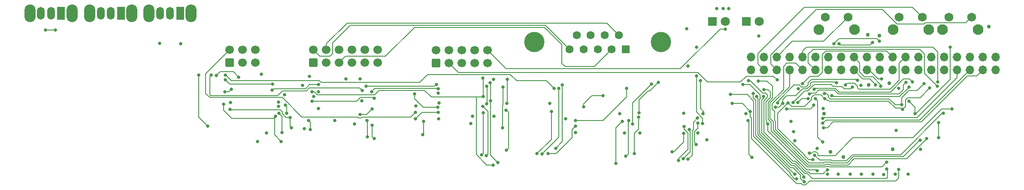
<source format=gbr>
%TF.GenerationSoftware,KiCad,Pcbnew,8.0.6*%
%TF.CreationDate,2024-10-21T13:09:56+02:00*%
%TF.ProjectId,rgb-to-hdmi,7267622d-746f-42d6-9864-6d692e6b6963,rev?*%
%TF.SameCoordinates,Original*%
%TF.FileFunction,Copper,L4,Bot*%
%TF.FilePolarity,Positive*%
%FSLAX46Y46*%
G04 Gerber Fmt 4.6, Leading zero omitted, Abs format (unit mm)*
G04 Created by KiCad (PCBNEW 8.0.6) date 2024-10-21 13:09:56*
%MOMM*%
%LPD*%
G01*
G04 APERTURE LIST*
G04 Aperture macros list*
%AMRoundRect*
0 Rectangle with rounded corners*
0 $1 Rounding radius*
0 $2 $3 $4 $5 $6 $7 $8 $9 X,Y pos of 4 corners*
0 Add a 4 corners polygon primitive as box body*
4,1,4,$2,$3,$4,$5,$6,$7,$8,$9,$2,$3,0*
0 Add four circle primitives for the rounded corners*
1,1,$1+$1,$2,$3*
1,1,$1+$1,$4,$5*
1,1,$1+$1,$6,$7*
1,1,$1+$1,$8,$9*
0 Add four rect primitives between the rounded corners*
20,1,$1+$1,$2,$3,$4,$5,0*
20,1,$1+$1,$4,$5,$6,$7,0*
20,1,$1+$1,$6,$7,$8,$9,0*
20,1,$1+$1,$8,$9,$2,$3,0*%
G04 Aperture macros list end*
%TA.AperFunction,ComponentPad*%
%ADD10C,2.100000*%
%TD*%
%TA.AperFunction,ComponentPad*%
%ADD11C,1.750000*%
%TD*%
%TA.AperFunction,ComponentPad*%
%ADD12O,1.700000X1.700000*%
%TD*%
%TA.AperFunction,ComponentPad*%
%ADD13RoundRect,0.250000X0.600000X-0.600000X0.600000X0.600000X-0.600000X0.600000X-0.600000X-0.600000X0*%
%TD*%
%TA.AperFunction,ComponentPad*%
%ADD14C,1.700000*%
%TD*%
%TA.AperFunction,ComponentPad*%
%ADD15R,1.800000X1.800000*%
%TD*%
%TA.AperFunction,ComponentPad*%
%ADD16C,1.800000*%
%TD*%
%TA.AperFunction,ComponentPad*%
%ADD17O,2.200000X3.500000*%
%TD*%
%TA.AperFunction,ComponentPad*%
%ADD18R,1.500000X2.500000*%
%TD*%
%TA.AperFunction,ComponentPad*%
%ADD19O,1.500000X2.500000*%
%TD*%
%TA.AperFunction,ComponentPad*%
%ADD20C,4.000000*%
%TD*%
%TA.AperFunction,ComponentPad*%
%ADD21R,1.600000X1.600000*%
%TD*%
%TA.AperFunction,ComponentPad*%
%ADD22C,1.600000*%
%TD*%
%TA.AperFunction,ViaPad*%
%ADD23C,0.762000*%
%TD*%
%TA.AperFunction,ViaPad*%
%ADD24C,0.660400*%
%TD*%
%TA.AperFunction,Conductor*%
%ADD25C,0.203200*%
%TD*%
G04 APERTURE END LIST*
D10*
%TO.P,SW1,*%
%TO.N,*%
X144587600Y-34182500D03*
X151597600Y-34182500D03*
D11*
%TO.P,SW1,1,1*%
%TO.N,GND*%
X145837600Y-31692500D03*
%TO.P,SW1,2,2*%
%TO.N,/GPIO16*%
X150337600Y-31692500D03*
%TD*%
D10*
%TO.P,SW2,*%
%TO.N,*%
X159218000Y-34165200D03*
X166228000Y-34165200D03*
D11*
%TO.P,SW2,1,1*%
%TO.N,GND*%
X160468000Y-31675200D03*
%TO.P,SW2,2,2*%
%TO.N,/GPIO26*%
X164968000Y-31675200D03*
%TD*%
D10*
%TO.P,SW3,*%
%TO.N,*%
X168960600Y-34165200D03*
X175970600Y-34165200D03*
D11*
%TO.P,SW3,1,1*%
%TO.N,GND*%
X170210600Y-31675200D03*
%TO.P,SW3,2,2*%
%TO.N,/GPIO19*%
X174710600Y-31675200D03*
%TD*%
D12*
%TO.P,P1,1,P1*%
%TO.N,/3V3*%
X179451000Y-42140000D03*
%TO.P,P1,2,P2*%
%TO.N,/VCC*%
X179451000Y-39600000D03*
%TO.P,P1,3,P3*%
%TO.N,/GPIO2_Q00*%
X176911000Y-42140000D03*
%TO.P,P1,4,P4*%
%TO.N,/VCC*%
X176911000Y-39600000D03*
%TO.P,P1,5,P5*%
%TO.N,/GPIO3_Q01*%
X174371000Y-42140000D03*
%TO.P,P1,6,P6*%
%TO.N,GND*%
X174371000Y-39600000D03*
%TO.P,P1,7,P7*%
%TO.N,/GPIO4_Q02*%
X171831000Y-42140000D03*
%TO.P,P1,8,P8*%
%TO.N,/TxD*%
X171831000Y-39600000D03*
%TO.P,P1,9,P9*%
%TO.N,GND*%
X169291000Y-42140000D03*
%TO.P,P1,10,P10*%
%TO.N,/RxD*%
X169291000Y-39600000D03*
%TO.P,P1,11,P11*%
%TO.N,/GPIO17_psync*%
X166751000Y-42140000D03*
%TO.P,P1,12,P12*%
%TO.N,/GPIO18_Version*%
X166751000Y-39600000D03*
%TO.P,P1,13,P13*%
%TO.N,/GPIO27_genlock*%
X164211000Y-42140000D03*
%TO.P,P1,14,P14*%
%TO.N,GND*%
X164211000Y-39600000D03*
%TO.P,P1,15,P15*%
%TO.N,/GPIO22_analog*%
X161671000Y-42140000D03*
%TO.P,P1,16,P16*%
%TO.N,/GPIO23_csync*%
X161671000Y-39600000D03*
%TO.P,P1,17,P17*%
%TO.N,/3V3*%
X159131000Y-42140000D03*
%TO.P,P1,18,P18*%
%TO.N,/GPIO24_mux*%
X159131000Y-39600000D03*
%TO.P,P1,19,P19*%
%TO.N,/GPIO10_Q08*%
X156591000Y-42140000D03*
%TO.P,P1,20,P20*%
%TO.N,GND*%
X156591000Y-39600000D03*
%TO.P,P1,21,P21*%
%TO.N,/GPIO9_Q07*%
X154051000Y-42140000D03*
%TO.P,P1,22,P22*%
%TO.N,/GPIO25_mode7*%
X154051000Y-39600000D03*
%TO.P,P1,23,P23*%
%TO.N,/GPIO11_Q09*%
X151511000Y-42140000D03*
%TO.P,P1,24,P24*%
%TO.N,/GPIO8_Q06*%
X151511000Y-39600000D03*
%TO.P,P1,25,P25*%
%TO.N,GND*%
X148971000Y-42140000D03*
%TO.P,P1,26,P26*%
%TO.N,/GPIO7_Q05*%
X148971000Y-39600000D03*
%TO.P,P1,27,P27*%
%TO.N,/GPIO0_sp_data*%
X146431000Y-42140000D03*
%TO.P,P1,28,P28*%
%TO.N,/GPIO1_sp_clken*%
X146431000Y-39600000D03*
%TO.P,P1,29,P29*%
%TO.N,/GPIO5_Q03*%
X143891000Y-42140000D03*
%TO.P,P1,30,P30*%
%TO.N,GND*%
X143891000Y-39600000D03*
%TO.P,P1,31,P31*%
%TO.N,/GPIO6_Q04*%
X141351000Y-42140000D03*
%TO.P,P1,32,P32*%
%TO.N,/GPIO12_Q10*%
X141351000Y-39600000D03*
%TO.P,P1,33,P33*%
%TO.N,/GPIO13_Q11*%
X138811000Y-42140000D03*
%TO.P,P1,34,P34*%
%TO.N,GND*%
X138811000Y-39600000D03*
%TO.P,P1,35,P35*%
%TO.N,/GPIO19*%
X136271000Y-42140000D03*
%TO.P,P1,36,P36*%
%TO.N,/GPIO16*%
X136271000Y-39600000D03*
%TO.P,P1,37,P37*%
%TO.N,/GPIO26*%
X133731000Y-42140000D03*
%TO.P,P1,38,P38*%
%TO.N,/GPIO20_sp_clk*%
X133731000Y-39600000D03*
%TO.P,P1,39,P39*%
%TO.N,GND*%
X131191000Y-42140000D03*
%TO.P,P1,40,P40*%
%TO.N,/GPIO21_clk*%
X131191000Y-39600000D03*
%TD*%
D13*
%TO.P,P2,1,Pin_1*%
%TO.N,/R1*%
X44887000Y-40717600D03*
D14*
%TO.P,P2,2,Pin_2*%
%TO.N,/B1*%
X44887000Y-38177600D03*
%TO.P,P2,3,Pin_3*%
%TO.N,GND*%
X47427000Y-40717600D03*
%TO.P,P2,4,Pin_4*%
%TO.N,/G2*%
X47427000Y-38177600D03*
%TO.P,P2,5,Pin_5*%
%TO.N,/R2*%
X49967000Y-40717600D03*
%TO.P,P2,6,Pin_6*%
%TO.N,/B2*%
X49967000Y-38177600D03*
%TO.P,P2,7,Pin_7*%
%TO.N,/R3*%
X52507000Y-40717600D03*
%TO.P,P2,8,Pin_8*%
%TO.N,/SYNC*%
X52507000Y-38177600D03*
%TO.P,P2,9,Pin_9*%
%TO.N,/G3*%
X55047000Y-40717600D03*
%TO.P,P2,10,Pin_10*%
%TO.N,/VSYNC*%
X55047000Y-38177600D03*
%TO.P,P2,11,Pin_11*%
%TO.N,/B3*%
X57587000Y-40717600D03*
%TO.P,P2,12,Pin_12*%
%TO.N,/VCC*%
X57587000Y-38177600D03*
%TD*%
D13*
%TO.P,P5,1,Pin_1*%
%TO.N,unconnected-(P5-Pin_1-Pad1)*%
X69067800Y-40768400D03*
D14*
%TO.P,P5,2,Pin_2*%
%TO.N,/G1*%
X69067800Y-38228400D03*
%TO.P,P5,3,Pin_3*%
%TO.N,/GPIO22_analog*%
X71607800Y-40768400D03*
%TO.P,P5,4,Pin_4*%
%TO.N,/R0*%
X71607800Y-38228400D03*
%TO.P,P5,5,Pin_5*%
%TO.N,/GPIO1_sp_clken*%
X74147800Y-40768400D03*
%TO.P,P5,6,Pin_6*%
%TO.N,/G0*%
X74147800Y-38228400D03*
%TO.P,P5,7,Pin_7*%
%TO.N,/GPIO0_sp_data*%
X76687800Y-40768400D03*
%TO.P,P5,8,Pin_8*%
%TO.N,/B0*%
X76687800Y-38228400D03*
%TO.P,P5,9,Pin_9*%
%TO.N,/GPIO24_mux*%
X79227800Y-40768400D03*
%TO.P,P5,10,Pin_10*%
%TO.N,/GPIO25_mode7*%
X79227800Y-38228400D03*
%TD*%
D15*
%TO.P,D1,1,K*%
%TO.N,Net-(D1-K)*%
X130272000Y-32599040D03*
D16*
%TO.P,D1,2,A*%
%TO.N,/GPIO27_genlock*%
X132812000Y-32599040D03*
%TD*%
D15*
%TO.P,D2,1,K*%
%TO.N,Net-(D2-K)*%
X123576200Y-32599040D03*
D16*
%TO.P,D2,2,A*%
%TO.N,/GPIO25_mode7*%
X126116200Y-32599040D03*
%TD*%
D17*
%TO.P,SW5,*%
%TO.N,*%
X9073000Y-30964000D03*
X773000Y-30964000D03*
D18*
%TO.P,SW5,1,A*%
%TO.N,Net-(SW5-A)*%
X6923000Y-30964000D03*
D19*
%TO.P,SW5,2,B*%
%TO.N,/R1_A*%
X4923000Y-30964000D03*
%TO.P,SW5,3,C*%
%TO.N,Net-(SW5-C)*%
X2923000Y-30964000D03*
%TD*%
D17*
%TO.P,SW6,*%
%TO.N,*%
X-2738000Y-30964000D03*
X-11038000Y-30964000D03*
D18*
%TO.P,SW6,1,A*%
%TO.N,Net-(SW6-A)*%
X-4888000Y-30964000D03*
D19*
%TO.P,SW6,2,B*%
%TO.N,/B1_A*%
X-6888000Y-30964000D03*
%TO.P,SW6,3,C*%
%TO.N,Net-(SW6-C)*%
X-8888000Y-30964000D03*
%TD*%
D13*
%TO.P,J1,1,Pin_1*%
%TO.N,GND*%
X28377000Y-40717600D03*
D14*
%TO.P,J1,2,Pin_2*%
%TO.N,/ASYNC*%
X28377000Y-38177600D03*
%TO.P,J1,3,Pin_3*%
%TO.N,/ABLUE*%
X30917000Y-40717600D03*
%TO.P,J1,4,Pin_4*%
%TO.N,/AGREEN*%
X30917000Y-38177600D03*
%TO.P,J1,5,Pin_5*%
%TO.N,/ARED*%
X33457000Y-40717600D03*
%TO.P,J1,6,Pin_6*%
%TO.N,/VCC_IN*%
X33457000Y-38177600D03*
%TD*%
D17*
%TO.P,SW4,*%
%TO.N,*%
X20757000Y-30964000D03*
X12457000Y-30964000D03*
D18*
%TO.P,SW4,1,A*%
%TO.N,Net-(SW4-A)*%
X18607000Y-30964000D03*
D19*
%TO.P,SW4,2,B*%
%TO.N,/DETECT*%
X16607000Y-30964000D03*
%TO.P,SW4,3,C*%
%TO.N,Net-(SW4-C)*%
X14607000Y-30964000D03*
%TD*%
D20*
%TO.P,J2,0*%
%TO.N,N/C*%
X113459600Y-36649040D03*
X88459600Y-36649040D03*
D21*
%TO.P,J2,1,1*%
%TO.N,GND*%
X106499600Y-38069040D03*
D22*
%TO.P,J2,2,2*%
%TO.N,/R2*%
X103729600Y-38069040D03*
%TO.P,J2,3,3*%
%TO.N,/R1*%
X100959600Y-38069040D03*
%TO.P,J2,4,4*%
%TO.N,/G1*%
X98189600Y-38069040D03*
%TO.P,J2,5,5*%
%TO.N,/B1*%
X95419600Y-38069040D03*
%TO.P,J2,6,6*%
%TO.N,/G2*%
X105114600Y-35229040D03*
%TO.P,J2,7,7*%
%TO.N,/B2*%
X102344600Y-35229040D03*
%TO.P,J2,8,8*%
%TO.N,/SYNC*%
X99574600Y-35229040D03*
%TO.P,J2,9,9*%
%TO.N,/VSYNC*%
X96804600Y-35229040D03*
%TD*%
D23*
%TO.N,/3V3*%
X154275005Y-35227005D03*
X158466004Y-44752000D03*
X145572598Y-50748000D03*
X156561000Y-35354000D03*
X159177861Y-57817716D03*
X178151000Y-33576000D03*
X154399619Y-45054781D03*
X146842600Y-58294400D03*
X149449000Y-59351817D03*
D24*
%TO.N,/VCC*%
X109250600Y-54586000D03*
X18666000Y-37001000D03*
X120680598Y-54586000D03*
X54067905Y-50955588D03*
X75925802Y-52706400D03*
X83037800Y-48693200D03*
X120426603Y-37669597D03*
X124430000Y-30020000D03*
X126843000Y-30020000D03*
X56418600Y-49861600D03*
X44125000Y-43410000D03*
X83088600Y-44019600D03*
X125700000Y-30020000D03*
X96576000Y-54459000D03*
X44981484Y-47414106D03*
X54081804Y-43918000D03*
X37978200Y-48439200D03*
%TO.N,GND*%
X162184200Y-62714000D03*
X28529400Y-48591600D03*
X91521400Y-48693200D03*
X160371000Y-45768000D03*
X150754200Y-62714000D03*
X152904077Y-45217654D03*
X139833758Y-56076811D03*
X76281400Y-51233200D03*
X144279138Y-57631787D03*
X38017237Y-49313805D03*
X118750200Y-41378000D03*
X140492600Y-45848400D03*
X45903000Y-49760000D03*
X51287800Y-43918000D03*
X106228000Y-54586000D03*
X35641396Y-54535200D03*
X69575800Y-51741200D03*
X139559440Y-54346617D03*
X69511072Y-46740866D03*
X152938600Y-62663198D03*
X159829287Y-54096439D03*
X42702600Y-45166600D03*
X164688998Y-57833000D03*
X146289024Y-62739200D03*
X155224606Y-62714000D03*
X157395906Y-62791240D03*
X54434220Y-48193350D03*
X45902998Y-46407200D03*
X105288200Y-50725200D03*
X43040241Y-53734845D03*
X139121000Y-52300000D03*
X34625400Y-42952800D03*
X14534000Y-36868500D03*
X80472400Y-51233200D03*
X65054600Y-49252000D03*
X145471000Y-49788000D03*
X148417400Y-62713998D03*
X94671000Y-51792000D03*
X159622800Y-62714000D03*
X69652296Y-48668687D03*
X52964200Y-52808000D03*
X122509400Y-55906800D03*
X80396198Y-44019600D03*
X130240939Y-50750718D03*
X132719184Y-35443182D03*
X118547000Y-34012000D03*
X39155115Y-47011357D03*
X33838000Y-56237000D03*
X117937400Y-50674400D03*
X49103400Y-52118200D03*
%TO.N,/SYNC*%
X112908200Y-44578400D03*
X140434326Y-48533326D03*
X142442673Y-47778772D03*
X109102475Y-50557064D03*
%TO.N,/VSYNC*%
X107887738Y-52757202D03*
X111587400Y-44934000D03*
X133654200Y-47358431D03*
X157958000Y-61721691D03*
%TO.N,/SPCLK*%
X168178600Y-52503200D03*
X168178596Y-55480588D03*
%TO.N,/R1*%
X139852533Y-62742425D03*
X96620317Y-52143274D03*
X106631500Y-45775100D03*
X131632207Y-46777402D03*
%TO.N,/B1*%
X132337400Y-47353193D03*
X98176200Y-49404400D03*
X102007300Y-47241400D03*
X141730776Y-64189744D03*
%TO.N,/G2*%
X121727378Y-50752230D03*
X130674283Y-44237537D03*
X121188600Y-44222800D03*
X146281840Y-61828826D03*
%TO.N,/R2*%
X144242000Y-62024000D03*
X133759570Y-46040191D03*
X134517800Y-52776206D03*
%TO.N,/B2*%
X129599394Y-44968394D03*
X120426600Y-43308400D03*
X121674333Y-52686444D03*
X141669810Y-63281385D03*
%TO.N,/R3*%
X115651400Y-58294400D03*
X117882922Y-54691278D03*
%TO.N,/B0*%
X136455386Y-48687546D03*
X152205720Y-44131771D03*
%TO.N,/G0*%
X160304600Y-61748800D03*
X127478000Y-48759932D03*
X131038000Y-50310801D03*
%TO.N,/R0*%
X148075930Y-44646671D03*
X137444604Y-48744000D03*
X136059200Y-49497030D03*
%TO.N,/G1*%
X140162926Y-63598280D03*
X127139563Y-46989932D03*
%TO.N,/GPIO27_genlock*%
X155163998Y-36751000D03*
X148564827Y-36997804D03*
%TO.N,/GPIO25_mode7*%
X126116200Y-34084000D03*
%TO.N,/GPIO0_sp_data*%
X143408274Y-59792800D03*
X138510909Y-48641907D03*
X145816841Y-47779060D03*
X161092000Y-49912200D03*
X80294600Y-60885200D03*
X78332484Y-43736200D03*
X44630894Y-46480590D03*
X166467000Y-45687800D03*
X78415000Y-47363700D03*
%TO.N,/GPIO20_sp_clk*%
X156561000Y-36496998D03*
X147567345Y-36950600D03*
X162403000Y-48300000D03*
X163583606Y-50758606D03*
X170531000Y-37640000D03*
%TO.N,/GPIO1_sp_clken*%
X145697698Y-46818268D03*
X143757447Y-58952020D03*
X79703822Y-44650978D03*
X81241553Y-60440764D03*
X169134000Y-50721000D03*
X79790600Y-48223182D03*
X165323998Y-44879002D03*
X160923849Y-49017461D03*
%TO.N,/GPIO17_psync*%
X162342012Y-45532910D03*
X147102078Y-47179290D03*
%TO.N,/GPIO18_Version*%
X145318600Y-56364000D03*
X143905791Y-47770156D03*
X163038000Y-44498000D03*
X143684726Y-45976242D03*
%TO.N,/GPIO22_analog*%
X142718000Y-46911000D03*
X161768000Y-44625000D03*
X79093125Y-45326168D03*
X79075400Y-48845600D03*
X136368000Y-44117000D03*
%TO.N,/GPIO24_mux*%
X138243761Y-49822461D03*
X143592508Y-49102167D03*
X141401200Y-44798800D03*
%TO.N,/GPIO21_clk*%
X132685000Y-44290800D03*
X158002769Y-60358091D03*
%TO.N,/GPIO2_Q00*%
X145563254Y-53540184D03*
%TO.N,/GPIO3_Q01*%
X145385000Y-52647403D03*
%TO.N,/GPIO4_Q02*%
X145385000Y-51737000D03*
%TO.N,/GPIO9_Q07*%
X156942000Y-43939673D03*
%TO.N,/GPIO11_Q09*%
X155799000Y-45133000D03*
%TO.N,/GPIO8_Q06*%
X156818498Y-45312669D03*
%TO.N,/GPIO5_Q03*%
X167991000Y-45387000D03*
%TO.N,/GPIO6_Q04*%
X165832000Y-55674000D03*
%TO.N,/GPIO12_Q10*%
X168047565Y-44495296D03*
%TO.N,/GPIO13_Q11*%
X164608606Y-56021406D03*
%TO.N,/GPIO23_csync*%
X149830000Y-45133000D03*
%TO.N,/AGREEN*%
X39584614Y-50645000D03*
X39327391Y-49102048D03*
%TO.N,/CLAMPLVL*%
X28661187Y-45966474D03*
X78364200Y-50572800D03*
X37369503Y-51285891D03*
X27383838Y-46484974D03*
X36759000Y-46102406D03*
X78087806Y-58933394D03*
X38537000Y-56237000D03*
X27157800Y-48896400D03*
X45895620Y-45043600D03*
%TO.N,/ASYNC*%
X65003800Y-50522000D03*
%TO.N,/ABLUE*%
X40315000Y-51487200D03*
X28427802Y-49887001D03*
X40561000Y-53537127D03*
X82981786Y-57953630D03*
X82856000Y-50064800D03*
%TO.N,/ARED*%
X88983348Y-58649041D03*
X38046686Y-50677405D03*
X91826200Y-50369600D03*
X38639981Y-54484400D03*
%TO.N,/SGREEN*%
X44634092Y-48281451D03*
X56889729Y-47706627D03*
%TO.N,/REFGYSYNC*%
X64851407Y-46877794D03*
X69394175Y-49492812D03*
%TO.N,/REFSYNC*%
X65003800Y-51792004D03*
X69474200Y-50522000D03*
%TO.N,/SPARE*%
X78955541Y-59073394D03*
X78309589Y-49337907D03*
%TO.N,/REFGYLO*%
X55271600Y-45341186D03*
X69152211Y-44977626D03*
%TO.N,/REFGYHI*%
X56371104Y-46415200D03*
X69468070Y-45831480D03*
%TO.N,/DETECT*%
X54539000Y-46204000D03*
X91165800Y-58650000D03*
X151180200Y-45474555D03*
X22281000Y-43156000D03*
X24693998Y-43156000D03*
X104577000Y-60555000D03*
X130631600Y-52104710D03*
X96598828Y-53211822D03*
X131374000Y-59412000D03*
X139476597Y-48591606D03*
X24059000Y-53189000D03*
X105821600Y-52325400D03*
%TO.N,/B3_A*%
X82174200Y-53570000D03*
X82275800Y-45543600D03*
%TO.N,/B2_A*%
X120680600Y-52604800D03*
X120375800Y-56850600D03*
%TO.N,/SYNC_A*%
X108193439Y-58645101D03*
X109047400Y-51465800D03*
%TO.N,/G2_A*%
X118754379Y-59777347D03*
X56469400Y-53011200D03*
X120645280Y-51625108D03*
X56875800Y-55703600D03*
%TO.N,/VSYNC_A*%
X107117000Y-52147600D03*
X106519992Y-59155645D03*
X66426200Y-54912200D03*
X66578600Y-52300000D03*
%TO.N,/TERM*%
X142724254Y-58560035D03*
X43921800Y-52118200D03*
X170839800Y-49832000D03*
X44277400Y-53925600D03*
%TO.N,/R3_A*%
X93997657Y-45086400D03*
X92674120Y-57607799D03*
X119007152Y-53887085D03*
X117851653Y-59659369D03*
%TO.N,/G0_A*%
X55504198Y-55318600D03*
X116870600Y-60017600D03*
X55399499Y-52118200D03*
X118039000Y-53336800D03*
%TO.N,/B1_A*%
X89997400Y-58700800D03*
X93315857Y-45767706D03*
%TO.N,/R1_A*%
X27490016Y-43163025D03*
X92385000Y-45797600D03*
%TO.N,Net-(SW5-C)*%
X36809800Y-44883200D03*
X27513400Y-44070400D03*
%TO.N,Net-(SW5-A)*%
X25684600Y-43257600D03*
X30155002Y-43562400D03*
%TO.N,Net-(SW6-C)*%
X-6040004Y-34266000D03*
X-7945000Y-34266000D03*
%TD*%
D25*
%TO.N,/GPIO19*%
X144065466Y-30172400D02*
X135098000Y-39139866D01*
X135098000Y-39139866D02*
X135098000Y-40967000D01*
X165324000Y-33068000D02*
X160036777Y-33068000D01*
X135098000Y-40967000D02*
X136271000Y-42140000D01*
X169547600Y-32855000D02*
X169503000Y-32810400D01*
X157141177Y-30172400D02*
X144065466Y-30172400D01*
X174710600Y-31675200D02*
X173530800Y-32855000D01*
X160036777Y-33068000D02*
X157141177Y-30172400D01*
X165581600Y-32810400D02*
X165324000Y-33068000D01*
X173530800Y-32855000D02*
X169547600Y-32855000D01*
X169503000Y-32810400D02*
X165581600Y-32810400D01*
%TO.N,/GPIO16*%
X139374000Y-36497000D02*
X145533100Y-36497000D01*
X136271000Y-39600000D02*
X139374000Y-36497000D01*
X145533100Y-36497000D02*
X150337600Y-31692500D01*
%TO.N,/GPIO26*%
X132576200Y-40985200D02*
X132576200Y-38891800D01*
X132576200Y-38891800D02*
X141702000Y-29766000D01*
X164968000Y-31675200D02*
X164368600Y-32274600D01*
X141702000Y-29766000D02*
X163058800Y-29766000D01*
X133731000Y-42140000D02*
X132576200Y-40985200D01*
X163058800Y-29766000D02*
X164968000Y-31675200D01*
%TO.N,/VCC*%
X56418600Y-49861600D02*
X55324612Y-50955588D01*
X55324612Y-50955588D02*
X54067905Y-50955588D01*
X83088600Y-48642400D02*
X83037800Y-48693200D01*
X83088600Y-44019600D02*
X83088600Y-48642400D01*
%TO.N,/SYNC*%
X110927000Y-46254800D02*
X109102475Y-48079325D01*
X111231800Y-46254800D02*
X110927000Y-46254800D01*
X141188880Y-47778772D02*
X142442673Y-47778772D01*
X140434326Y-48533326D02*
X141188880Y-47778772D01*
X112908200Y-44578400D02*
X111231800Y-46254800D01*
X109102475Y-48079325D02*
X109102475Y-50557064D01*
%TO.N,/VSYNC*%
X158171000Y-61934691D02*
X157958000Y-61721691D01*
X141878792Y-62655000D02*
X142362818Y-62655000D01*
X139825392Y-60601600D02*
X141878792Y-62655000D01*
X133345400Y-54569344D02*
X139377656Y-60601600D01*
X133654200Y-47358431D02*
X133654200Y-47706856D01*
X107887738Y-48633662D02*
X107887738Y-52757202D01*
X143255818Y-63548000D02*
X157946600Y-63548000D01*
X142362818Y-62655000D02*
X143255818Y-63548000D01*
X157946600Y-63548000D02*
X158171000Y-63323600D01*
X139377656Y-60601600D02*
X139825392Y-60601600D01*
X133345400Y-48015656D02*
X133345400Y-54569344D01*
X111587400Y-44934000D02*
X107887738Y-48633662D01*
X158171000Y-63323600D02*
X158171000Y-61934691D01*
X133654200Y-47706856D02*
X133345400Y-48015656D01*
%TO.N,/SPCLK*%
X168178600Y-52503200D02*
X168178600Y-55480584D01*
X168178600Y-55480584D02*
X168178596Y-55480588D01*
%TO.N,/R1*%
X131632207Y-47612211D02*
X131632207Y-46777402D01*
X106631500Y-47502300D02*
X106631500Y-45775100D01*
X96620317Y-52143274D02*
X101990526Y-52143274D01*
X101990526Y-52143274D02*
X106631500Y-47502300D01*
X132126200Y-48106204D02*
X131632207Y-47612211D01*
X139852533Y-62742425D02*
X139794273Y-62742425D01*
X132126200Y-55074352D02*
X132126200Y-48106204D01*
X139794273Y-62742425D02*
X132126200Y-55074352D01*
%TO.N,/B1*%
X102007300Y-47241400D02*
X99780400Y-47241400D01*
X132337400Y-47480179D02*
X132534403Y-47677182D01*
X48646200Y-36806000D02*
X52151400Y-33300800D01*
X48138200Y-39447600D02*
X48646200Y-38939600D01*
X140988010Y-62998974D02*
X140988010Y-63563796D01*
X141504217Y-63963185D02*
X141730776Y-64189744D01*
X44887000Y-38177600D02*
X46157000Y-39447600D01*
X141387399Y-63963185D02*
X141504217Y-63963185D01*
X139488720Y-61414400D02*
X141030652Y-62956332D01*
X132532600Y-47678984D02*
X132532600Y-54906016D01*
X141030652Y-62956332D02*
X140988010Y-62998974D01*
X132532600Y-54906016D02*
X139040984Y-61414400D01*
X132337400Y-47353193D02*
X132337400Y-47480179D01*
X48646200Y-38939600D02*
X48646200Y-36806000D01*
X140988010Y-63563796D02*
X141387399Y-63963185D01*
X132534403Y-47677182D02*
X132532600Y-47678984D01*
X99780400Y-47241400D02*
X98176200Y-48845600D01*
X139040984Y-61414400D02*
X139488720Y-61414400D01*
X46157000Y-39447600D02*
X48138200Y-39447600D01*
X98176200Y-48845600D02*
X98176200Y-49404400D01*
X90651360Y-33300800D02*
X95419600Y-38069040D01*
X52151400Y-33300800D02*
X90651360Y-33300800D01*
%TO.N,/G2*%
X121727378Y-50752230D02*
X121942781Y-50536827D01*
X142047128Y-62248600D02*
X142531154Y-62248600D01*
X134055552Y-46676631D02*
X134447400Y-47068479D01*
X102779960Y-32894400D02*
X105114600Y-35229040D01*
X133751800Y-48183992D02*
X133751800Y-54401008D01*
X139993728Y-60195200D02*
X142047128Y-62248600D01*
X145451666Y-62659000D02*
X146281840Y-61828826D01*
X121942781Y-50536827D02*
X121942781Y-50412581D01*
X139545992Y-60195200D02*
X139993728Y-60195200D01*
X133490730Y-46676631D02*
X134055552Y-46676631D01*
X133751800Y-54401008D02*
X139545992Y-60195200D01*
X142531154Y-62248600D02*
X142941554Y-62659000D01*
X121942781Y-50412581D02*
X121188600Y-49658400D01*
X51508119Y-32894400D02*
X102779960Y-32894400D01*
X134447400Y-47068479D02*
X134447400Y-47488392D01*
X134447400Y-47488392D02*
X133751800Y-48183992D01*
X121188600Y-49658400D02*
X121188600Y-44222800D01*
X47427000Y-38177600D02*
X47427000Y-36975519D01*
X142941554Y-62659000D02*
X145451666Y-62659000D01*
X131051636Y-44237537D02*
X133490730Y-46676631D01*
X130674283Y-44237537D02*
X131051636Y-44237537D01*
X47427000Y-36975519D02*
X51508119Y-32894400D01*
%TO.N,/R2*%
X134517800Y-54144536D02*
X142215464Y-61842200D01*
X142215464Y-61842200D02*
X144060200Y-61842200D01*
X93909000Y-40854064D02*
X94534536Y-41479600D01*
X134541455Y-46040191D02*
X134985096Y-46483832D01*
X134158200Y-52073672D02*
X134285200Y-52200672D01*
X134285200Y-52200672D02*
X134285200Y-52543606D01*
X90470536Y-33707200D02*
X93909000Y-37145664D01*
X134985096Y-47525432D02*
X134158200Y-48352328D01*
X134158200Y-48352328D02*
X134158200Y-52073672D01*
X51237000Y-39447600D02*
X59060200Y-39447600D01*
X94534536Y-41479600D02*
X100319040Y-41479600D01*
X133759570Y-46040191D02*
X134541455Y-46040191D01*
X100319040Y-41479600D02*
X103729600Y-38069040D01*
X134985096Y-46483832D02*
X134985096Y-47525432D01*
X49967000Y-40717600D02*
X51237000Y-39447600D01*
X59060200Y-39447600D02*
X64800600Y-33707200D01*
X134517800Y-52776206D02*
X134517800Y-54144536D01*
X93909000Y-37145664D02*
X93909000Y-40854064D01*
X64800600Y-33707200D02*
X90470536Y-33707200D01*
X134285200Y-52543606D02*
X134517800Y-52776206D01*
X144060200Y-61842200D02*
X144242000Y-62024000D01*
%TO.N,/B2*%
X129599394Y-44968394D02*
X130965173Y-44968394D01*
X139209320Y-61008000D02*
X139657056Y-61008000D01*
X121674333Y-51669122D02*
X121674333Y-52686444D01*
X133019200Y-47022421D02*
X133019200Y-47587243D01*
X132939000Y-54737680D02*
X139209320Y-61008000D01*
X139657056Y-61008000D02*
X141669810Y-63020754D01*
X141669810Y-63020754D02*
X141669810Y-63281385D01*
X120426600Y-50421389D02*
X121674333Y-51669122D01*
X133019200Y-47587243D02*
X133061180Y-47629223D01*
X133061180Y-47629223D02*
X133061180Y-47725140D01*
X132939000Y-47847320D02*
X132939000Y-54737680D01*
X133061180Y-47725140D02*
X132939000Y-47847320D01*
X120426600Y-43308400D02*
X120426600Y-50421389D01*
X130965173Y-44968394D02*
X133019200Y-47022421D01*
%TO.N,/R3*%
X117882922Y-54691278D02*
X117882922Y-56389078D01*
X117882922Y-56389078D02*
X115977600Y-58294400D01*
X115977600Y-58294400D02*
X115651400Y-58294400D01*
%TO.N,/B0*%
X142466073Y-45081211D02*
X142466073Y-44691736D01*
X142066684Y-45480600D02*
X142466073Y-45081211D01*
X140771189Y-45133000D02*
X141118789Y-45480600D01*
X143192938Y-43964871D02*
X152038820Y-43964871D01*
X152038820Y-43964871D02*
X152205720Y-44131771D01*
X136455386Y-48354086D02*
X139676472Y-45133000D01*
X141118789Y-45480600D02*
X142066684Y-45480600D01*
X136455386Y-48687546D02*
X136455386Y-48354086D01*
X139676472Y-45133000D02*
X140771189Y-45133000D01*
X142466073Y-44691736D02*
X143192938Y-43964871D01*
%TO.N,/G0*%
X142794558Y-64056000D02*
X142011038Y-64839520D01*
X141446216Y-64839520D02*
X141151321Y-64544625D01*
X142011038Y-64839520D02*
X141446216Y-64839520D01*
X131038000Y-51325624D02*
X131038000Y-50310801D01*
X129487131Y-48759932D02*
X131038000Y-50310801D01*
X160304600Y-61748800D02*
X160304600Y-63476000D01*
X131313400Y-55699400D02*
X131313400Y-51601024D01*
X131313400Y-51601024D02*
X131038000Y-51325624D01*
X141151321Y-64544625D02*
X140158625Y-64544625D01*
X127478000Y-48759932D02*
X129487131Y-48759932D01*
X140158625Y-64544625D02*
X131313400Y-55699400D01*
X159724600Y-64056000D02*
X142794558Y-64056000D01*
X160304600Y-63476000D02*
X159724600Y-64056000D01*
%TO.N,/R0*%
X142872473Y-44860072D02*
X143256429Y-44476116D01*
X140008816Y-47245400D02*
X141367216Y-45887000D01*
X137444604Y-48744000D02*
X136691574Y-49497030D01*
X143256429Y-44476116D02*
X147905375Y-44476116D01*
X141367216Y-45887000D02*
X142235020Y-45887000D01*
X142872473Y-45249547D02*
X142872473Y-44860072D01*
X138206600Y-47245400D02*
X140008816Y-47245400D01*
X136691574Y-49497030D02*
X136059200Y-49497030D01*
X137444604Y-48744000D02*
X137444604Y-48007396D01*
X142235020Y-45887000D02*
X142872473Y-45249547D01*
X147905375Y-44476116D02*
X148075930Y-44646671D01*
X137444604Y-48007396D02*
X138206600Y-47245400D01*
%TO.N,/G1*%
X140162926Y-63598280D02*
X139787016Y-63598280D01*
X138908000Y-62719264D02*
X138908000Y-62430888D01*
X131719800Y-55242688D02*
X131719800Y-48274540D01*
X131719800Y-48274540D02*
X130435192Y-46989932D01*
X139787016Y-63598280D02*
X138908000Y-62719264D01*
X138908000Y-62430888D02*
X131719800Y-55242688D01*
X130435192Y-46989932D02*
X127139563Y-46989932D01*
%TO.N,/GPIO27_genlock*%
X148564827Y-36997804D02*
X148793023Y-37226000D01*
X148793023Y-37226000D02*
X154688998Y-37226000D01*
X154688998Y-37226000D02*
X155163998Y-36751000D01*
%TO.N,/GPIO25_mode7*%
X79227800Y-38228400D02*
X82885400Y-41886000D01*
X125079989Y-34084000D02*
X126116200Y-34084000D01*
X82885400Y-41886000D02*
X117277989Y-41886000D01*
X117277989Y-41886000D02*
X125079989Y-34084000D01*
%TO.N,/GPIO0_sp_data*%
X141752800Y-58960064D02*
X142585536Y-59792800D01*
X57848940Y-46196000D02*
X66823611Y-46196000D01*
X164536600Y-47618200D02*
X166467000Y-45687800D01*
X141752800Y-58893328D02*
X141752800Y-58960064D01*
X161721200Y-48017589D02*
X162120589Y-47618200D01*
X138510909Y-48641907D02*
X139222602Y-49353600D01*
X78415000Y-43818716D02*
X78332484Y-43736200D01*
X141781011Y-49353600D02*
X143179200Y-47955411D01*
X141276672Y-58417200D02*
X141752800Y-58893328D01*
X142585536Y-59792800D02*
X143408274Y-59792800D01*
X161092000Y-49912200D02*
X161721200Y-49283000D01*
X76992600Y-58802400D02*
X76992600Y-47474000D01*
X76992600Y-47474000D02*
X78304700Y-47474000D01*
X44630894Y-46480590D02*
X45012177Y-46480590D01*
X141209936Y-58417200D02*
X141276672Y-58417200D01*
X158298490Y-48267490D02*
X159736000Y-49705000D01*
X161721200Y-49283000D02*
X161721200Y-48017589D01*
X143647294Y-47064442D02*
X144979661Y-47064442D01*
X139222602Y-49353600D02*
X141781011Y-49353600D01*
X145694279Y-47779060D02*
X145816841Y-47779060D01*
X146174453Y-48136672D02*
X146520513Y-48136672D01*
X146520513Y-48136672D02*
X146651331Y-48267490D01*
X68101611Y-47474000D02*
X76992600Y-47474000D01*
X160884800Y-49705000D02*
X161092000Y-49912200D01*
X79075400Y-60885200D02*
X76992600Y-58802400D01*
X45597995Y-47066408D02*
X56978532Y-47066408D01*
X66823611Y-46196000D02*
X68101611Y-47474000D01*
X136495000Y-53702264D02*
X141209936Y-58417200D01*
X146651331Y-48267490D02*
X158298490Y-48267490D01*
X162120589Y-47618200D02*
X164536600Y-47618200D01*
X78415000Y-47363700D02*
X78415000Y-43818716D01*
X78304700Y-47474000D02*
X78415000Y-47363700D01*
X143179200Y-47955411D02*
X143179200Y-47532536D01*
X143179200Y-47532536D02*
X143647294Y-47064442D01*
X45012177Y-46480590D02*
X45597995Y-47066408D01*
X144979661Y-47064442D02*
X145694279Y-47779060D01*
X136495000Y-50657816D02*
X136495000Y-53702264D01*
X80294600Y-60885200D02*
X79075400Y-60885200D01*
X159736000Y-49705000D02*
X160884800Y-49705000D01*
X145816841Y-47779060D02*
X146174453Y-48136672D01*
X56978532Y-47066408D02*
X57848940Y-46196000D01*
X138510909Y-48641907D02*
X136495000Y-50657816D01*
%TO.N,/GPIO20_sp_clk*%
X156006202Y-35942200D02*
X148575745Y-35942200D01*
X162403000Y-48300000D02*
X163583606Y-49480606D01*
X170531000Y-37640000D02*
X170531000Y-43990000D01*
X148575745Y-35942200D02*
X147567345Y-36950600D01*
X156561000Y-36496998D02*
X156006202Y-35942200D01*
X163762394Y-50758606D02*
X163583606Y-50758606D01*
X163583606Y-49480606D02*
X163583606Y-50758606D01*
X170531000Y-43990000D02*
X163762394Y-50758606D01*
%TO.N,/GPIO1_sp_clken*%
X163988290Y-46214710D02*
X165323998Y-44879002D01*
X168880000Y-50721000D02*
X169134000Y-50721000D01*
X151206037Y-58863491D02*
X160737509Y-58863491D01*
X79808000Y-48205782D02*
X79808000Y-44755156D01*
X146420278Y-47115923D02*
X146420278Y-47461701D01*
X145697698Y-46818268D02*
X145719777Y-46796189D01*
X160923849Y-47664992D02*
X162374131Y-46214710D01*
X158466826Y-47861090D02*
X159623197Y-49017461D01*
X145719777Y-46796189D02*
X146100544Y-46796189D01*
X147069259Y-59927826D02*
X147225850Y-60084417D01*
X147225850Y-60084417D02*
X149985111Y-60084417D01*
X160737509Y-58863491D02*
X168880000Y-50721000D01*
X146420278Y-47461701D02*
X146819667Y-47861090D01*
X160923849Y-49017461D02*
X160923849Y-47664992D01*
X79808000Y-44755156D02*
X79703822Y-44650978D01*
X79790600Y-48223182D02*
X79790600Y-58989811D01*
X146100544Y-46796189D02*
X146420278Y-47115923D01*
X162374131Y-46214710D02*
X163988290Y-46214710D01*
X159623197Y-49017461D02*
X160923849Y-49017461D01*
X143757447Y-58952020D02*
X144733253Y-59927826D01*
X79790600Y-58989811D02*
X81241553Y-60440764D01*
X79790600Y-48223182D02*
X79808000Y-48205782D01*
X149985111Y-60084417D02*
X151206037Y-58863491D01*
X146819667Y-47861090D02*
X158466826Y-47861090D01*
X144733253Y-59927826D02*
X147069259Y-59927826D01*
%TO.N,/GPIO17_psync*%
X162342012Y-45532910D02*
X162342012Y-45589935D01*
X162342012Y-45589935D02*
X160512947Y-47419000D01*
X160512947Y-47419000D02*
X147341788Y-47419000D01*
X147341788Y-47419000D02*
X147102078Y-47179290D01*
%TO.N,/GPIO18_Version*%
X161266589Y-43943200D02*
X158705189Y-46504600D01*
X163038000Y-44498000D02*
X162483200Y-43943200D01*
X147826804Y-45730068D02*
X143930900Y-45730068D01*
X143930900Y-45730068D02*
X143684726Y-45976242D01*
X144368998Y-55414398D02*
X144368998Y-48233363D01*
X158705189Y-46504600D02*
X148601336Y-46504600D01*
X148601336Y-46504600D02*
X147826804Y-45730068D01*
X162483200Y-43943200D02*
X161266589Y-43943200D01*
X145318600Y-56364000D02*
X144368998Y-55414398D01*
X144368998Y-48233363D02*
X143905791Y-47770156D01*
%TO.N,/GPIO22_analog*%
X135630776Y-43379776D02*
X130261224Y-43379776D01*
X148433000Y-46911000D02*
X147658468Y-46136468D01*
X79075400Y-48845600D02*
X79126200Y-48794800D01*
X161306800Y-45086200D02*
X161306800Y-46050411D01*
X129113400Y-44527600D02*
X130261224Y-43379776D01*
X144488711Y-46136468D02*
X143967137Y-46658042D01*
X120680600Y-42597200D02*
X122611000Y-44527600D01*
X136368000Y-44117000D02*
X135630776Y-43379776D01*
X122611000Y-44527600D02*
X129113400Y-44527600D01*
X147658468Y-46136468D02*
X144488711Y-46136468D01*
X143967137Y-46658042D02*
X142970958Y-46658042D01*
X71607800Y-40768400D02*
X73436600Y-42597200D01*
X161306800Y-46050411D02*
X160446211Y-46911000D01*
X161768000Y-44625000D02*
X161306800Y-45086200D01*
X142970958Y-46658042D02*
X142718000Y-46911000D01*
X79126200Y-48794800D02*
X79126200Y-45359243D01*
X73436600Y-42597200D02*
X120680600Y-42597200D01*
X160446211Y-46911000D02*
X148433000Y-46911000D01*
X79126200Y-45359243D02*
X79093125Y-45326168D01*
%TO.N,/GPIO24_mux*%
X142956026Y-49822461D02*
X143592508Y-49185979D01*
X138243761Y-49822461D02*
X142956026Y-49822461D01*
X145952666Y-38445200D02*
X145276200Y-39121666D01*
X142827869Y-43372131D02*
X141401200Y-44798800D01*
X157976200Y-38445200D02*
X145952666Y-38445200D01*
X145276200Y-39121666D02*
X145276200Y-42618334D01*
X145276200Y-42618334D02*
X144522403Y-43372131D01*
X159131000Y-39600000D02*
X157976200Y-38445200D01*
X144522403Y-43372131D02*
X142827869Y-43372131D01*
X143592508Y-49185979D02*
X143592508Y-49102167D01*
%TO.N,/GPIO21_clk*%
X132685000Y-44290800D02*
X134382800Y-44290800D01*
X142311881Y-61303617D02*
X145842838Y-61303617D01*
X146564251Y-61147026D02*
X146720842Y-61303617D01*
X135199600Y-52540336D02*
X135199600Y-54191336D01*
X135199600Y-54191336D02*
X142311881Y-61303617D01*
X135479000Y-47606264D02*
X134564600Y-48520664D01*
X146720842Y-61303617D02*
X157057243Y-61303617D01*
X134382800Y-44290800D02*
X135479000Y-45387000D01*
X145842838Y-61303617D02*
X145999429Y-61147026D01*
X134564600Y-48520664D02*
X134564600Y-51905336D01*
X134564600Y-51905336D02*
X135199600Y-52540336D01*
X135479000Y-45387000D02*
X135479000Y-47606264D01*
X145999429Y-61147026D02*
X146564251Y-61147026D01*
X157057243Y-61303617D02*
X158002769Y-60358091D01*
%TO.N,/GPIO2_Q00*%
X175756200Y-43294800D02*
X173893200Y-43294800D01*
X176911000Y-42140000D02*
X175756200Y-43294800D01*
X147395625Y-52399847D02*
X146255288Y-53540184D01*
X164788153Y-52399847D02*
X147395625Y-52399847D01*
X146255288Y-53540184D02*
X145563254Y-53540184D01*
X173893200Y-43294800D02*
X164788153Y-52399847D01*
%TO.N,/GPIO3_Q01*%
X146038956Y-51993447D02*
X145385000Y-52647403D01*
X174371000Y-42140000D02*
X164517553Y-51993447D01*
X164517553Y-51993447D02*
X146038956Y-51993447D01*
%TO.N,/GPIO4_Q02*%
X145385000Y-51737000D02*
X145592200Y-51529800D01*
X171831000Y-43654211D02*
X171831000Y-42140000D01*
X163955411Y-51529800D02*
X171831000Y-43654211D01*
X145592200Y-51529800D02*
X163955411Y-51529800D01*
%TO.N,/GPIO9_Q07*%
X154471947Y-42140000D02*
X156271620Y-43939673D01*
X156271620Y-43939673D02*
X156942000Y-43939673D01*
X154051000Y-42140000D02*
X154471947Y-42140000D01*
%TO.N,/GPIO11_Q09*%
X154693877Y-43900877D02*
X155799000Y-45006000D01*
X155799000Y-45006000D02*
X155799000Y-45133000D01*
X151511000Y-42140000D02*
X153271877Y-43900877D01*
X153271877Y-43900877D02*
X154693877Y-43900877D01*
X155799000Y-45133000D02*
X155981000Y-45133000D01*
%TO.N,/GPIO8_Q06*%
X155251688Y-43494477D02*
X156818498Y-45061287D01*
X151511000Y-39600000D02*
X152665800Y-40754800D01*
X152665800Y-40754800D02*
X152665800Y-42568064D01*
X153592213Y-43494477D02*
X155251688Y-43494477D01*
X152665800Y-42568064D02*
X153592213Y-43494477D01*
X156818498Y-45061287D02*
X156818498Y-45312669D01*
%TO.N,/GPIO5_Q03*%
X142505800Y-40754800D02*
X142505800Y-38995200D01*
X165451000Y-38976466D02*
X165451000Y-42847000D01*
X142505800Y-38995200D02*
X143462200Y-38038800D01*
X165451000Y-42847000D02*
X167991000Y-45387000D01*
X143891000Y-42140000D02*
X142505800Y-40754800D01*
X164513334Y-38038800D02*
X165451000Y-38976466D01*
X143462200Y-38038800D02*
X164513334Y-38038800D01*
%TO.N,/GPIO6_Q04*%
X134971000Y-48689000D02*
X137656200Y-46003800D01*
X150321783Y-60897217D02*
X146889178Y-60897217D01*
X146732587Y-60740626D02*
X145831093Y-60740626D01*
X165832000Y-55762223D02*
X161917932Y-59676291D01*
X145831093Y-60740626D02*
X145674502Y-60897217D01*
X142480217Y-60897217D02*
X135606000Y-54023000D01*
X161917932Y-59676291D02*
X151542709Y-59676291D01*
X138273000Y-40815000D02*
X140026000Y-40815000D01*
X134971000Y-51737000D02*
X134971000Y-48689000D01*
X146889178Y-60897217D02*
X146732587Y-60740626D01*
X137656200Y-41431800D02*
X138273000Y-40815000D01*
X145674502Y-60897217D02*
X142480217Y-60897217D01*
X151542709Y-59676291D02*
X150321783Y-60897217D01*
X137656200Y-46003800D02*
X137656200Y-41431800D01*
X135606000Y-54023000D02*
X135606000Y-52372000D01*
X140026000Y-40815000D02*
X141351000Y-42140000D01*
X165832000Y-55674000D02*
X165832000Y-55762223D01*
X135606000Y-52372000D02*
X134971000Y-51737000D01*
%TO.N,/GPIO12_Q10*%
X167094400Y-37632400D02*
X168047565Y-38585565D01*
X142116519Y-37632400D02*
X167094400Y-37632400D01*
X141351000Y-38397919D02*
X142116519Y-37632400D01*
X168047565Y-38585565D02*
X168047565Y-44495296D01*
X141351000Y-39600000D02*
X141351000Y-38397919D01*
%TO.N,/GPIO13_Q11*%
X138811000Y-45423736D02*
X135377400Y-48857336D01*
X145662757Y-60334226D02*
X146900923Y-60334226D01*
X136012400Y-52203664D02*
X136012400Y-53854664D01*
X151374373Y-59269891D02*
X161271897Y-59269891D01*
X135885400Y-50298664D02*
X135885400Y-52076664D01*
X147057514Y-60490817D02*
X150153447Y-60490817D01*
X145506166Y-60490817D02*
X145662757Y-60334226D01*
X142648553Y-60490817D02*
X145506166Y-60490817D01*
X135377400Y-48857336D02*
X135377400Y-49790664D01*
X135377400Y-49790664D02*
X135885400Y-50298664D01*
X136012400Y-53854664D02*
X142648553Y-60490817D01*
X135885400Y-52076664D02*
X136012400Y-52203664D01*
X161271897Y-59269891D02*
X164520382Y-56021406D01*
X164520382Y-56021406D02*
X164608606Y-56021406D01*
X146900923Y-60334226D02*
X147057514Y-60490817D01*
X138811000Y-42140000D02*
X138811000Y-45423736D01*
X150153447Y-60490817D02*
X151374373Y-59269891D01*
%TO.N,/GPIO23_csync*%
X158663853Y-45971200D02*
X160463253Y-44171800D01*
X160463253Y-44171800D02*
X160463253Y-40807747D01*
X150211000Y-44752000D02*
X151610524Y-44752000D01*
X152547800Y-45971200D02*
X158663853Y-45971200D01*
X151610524Y-44752000D02*
X152243000Y-45384476D01*
X152243000Y-45666400D02*
X152547800Y-45971200D01*
X152243000Y-45384476D02*
X152243000Y-45666400D01*
X149830000Y-45133000D02*
X150211000Y-44752000D01*
X160463253Y-40807747D02*
X161671000Y-39600000D01*
%TO.N,/AGREEN*%
X39584614Y-49359271D02*
X39327391Y-49102048D01*
X39584614Y-50645000D02*
X39584614Y-49359271D01*
%TO.N,/CLAMPLVL*%
X44101064Y-45043600D02*
X43296264Y-45848400D01*
X28142687Y-46484974D02*
X27383838Y-46484974D01*
X37248842Y-51406552D02*
X37369503Y-51285891D01*
X78364200Y-50572800D02*
X78364200Y-58657000D01*
X43296264Y-45848400D02*
X37013006Y-45848400D01*
X38537000Y-56237000D02*
X37248842Y-54948842D01*
X27157800Y-48896400D02*
X27157800Y-50064800D01*
X27157800Y-50064800D02*
X28795696Y-51702696D01*
X45895620Y-45043600D02*
X44101064Y-45043600D01*
X28661187Y-45966474D02*
X28142687Y-46484974D01*
X37248842Y-54948842D02*
X37248842Y-51406552D01*
X36952698Y-51702696D02*
X37369503Y-51285891D01*
X78364200Y-58657000D02*
X78087806Y-58933394D01*
X28795696Y-51702696D02*
X36952698Y-51702696D01*
X37013006Y-45848400D02*
X36759000Y-46102406D01*
%TO.N,/ASYNC*%
X53574789Y-51436400D02*
X42596398Y-51436400D01*
X53775777Y-51637388D02*
X53574789Y-51436400D01*
X42596398Y-51436400D02*
X38733172Y-47573174D01*
X54551304Y-51436400D02*
X54350316Y-51637388D01*
X24439877Y-47573174D02*
X23630169Y-46763466D01*
X23630169Y-42924431D02*
X28377000Y-38177600D01*
X64089400Y-51436400D02*
X54551304Y-51436400D01*
X54350316Y-51637388D02*
X53775777Y-51637388D01*
X23630169Y-46763466D02*
X23630169Y-42924431D01*
X38733172Y-47573174D02*
X24439877Y-47573174D01*
X65003800Y-50522000D02*
X64089400Y-51436400D01*
%TO.N,/ABLUE*%
X83342600Y-57592816D02*
X82981786Y-57953630D01*
X40315000Y-51487200D02*
X40315000Y-53291127D01*
X38728486Y-50784469D02*
X38728486Y-50394994D01*
X82856000Y-50064800D02*
X83342600Y-50551400D01*
X40315000Y-51487200D02*
X39431217Y-51487200D01*
X28536406Y-49995605D02*
X28427802Y-49887001D01*
X38728486Y-50394994D02*
X38329097Y-49995605D01*
X39431217Y-51487200D02*
X38728486Y-50784469D01*
X38329097Y-49995605D02*
X28536406Y-49995605D01*
X40315000Y-53291127D02*
X40561000Y-53537127D01*
X83342600Y-50551400D02*
X83342600Y-57592816D01*
%TO.N,/ARED*%
X91826200Y-55806189D02*
X88983348Y-58649041D01*
X91826200Y-50369600D02*
X91826200Y-55806189D01*
X38639981Y-54484400D02*
X38639981Y-51270700D01*
X38639981Y-51270700D02*
X38046686Y-50677405D01*
%TO.N,/SGREEN*%
X44634092Y-48281451D02*
X53381908Y-48281451D01*
X56694652Y-47511550D02*
X56889729Y-47706627D01*
X53381908Y-48281451D02*
X54151809Y-47511550D01*
X54151809Y-47511550D02*
X56694652Y-47511550D01*
%TO.N,/REFGYSYNC*%
X69394175Y-49492812D02*
X66514612Y-49492812D01*
X64851407Y-47829607D02*
X64851407Y-46877794D01*
X66514612Y-49492812D02*
X64851407Y-47829607D01*
%TO.N,/REFSYNC*%
X66273804Y-50522000D02*
X65003800Y-51792004D01*
X69474200Y-50522000D02*
X66273804Y-50522000D01*
%TO.N,/SPARE*%
X78309589Y-49337907D02*
X79278600Y-50306918D01*
X79278600Y-58750335D02*
X78955541Y-59073394D01*
X79278600Y-50306918D02*
X79278600Y-58750335D01*
%TO.N,/REFGYLO*%
X69152211Y-44977626D02*
X68746637Y-45383200D01*
X68746637Y-45383200D02*
X55313614Y-45383200D01*
X55313614Y-45383200D02*
X55271600Y-45341186D01*
%TO.N,/REFGYHI*%
X56996704Y-45789600D02*
X56371104Y-46415200D01*
X69468070Y-45831480D02*
X69426190Y-45789600D01*
X69426190Y-45789600D02*
X56996704Y-45789600D01*
%TO.N,/DETECT*%
X24059000Y-53189000D02*
X22281000Y-51411000D01*
X147995140Y-45323668D02*
X148134672Y-45463200D01*
X38740200Y-46254800D02*
X37828226Y-47166774D01*
X139476597Y-48591606D02*
X141774803Y-46293400D01*
X24693998Y-43208862D02*
X24693998Y-43156000D01*
X149547589Y-45814800D02*
X150839955Y-45814800D01*
X149195989Y-45463200D02*
X149547589Y-45814800D01*
X150839955Y-45814800D02*
X151180200Y-45474555D01*
X104577000Y-53570000D02*
X105821600Y-52325400D01*
X148134672Y-45463200D02*
X149195989Y-45463200D01*
X54539000Y-46204000D02*
X54028894Y-45693894D01*
X130802498Y-58840498D02*
X130802498Y-52275608D01*
X147321796Y-45323668D02*
X147995140Y-45323668D01*
X143683075Y-45013681D02*
X147011809Y-45013681D01*
X24465400Y-47023961D02*
X24465400Y-43437460D01*
X37828226Y-47166774D02*
X24608213Y-47166774D01*
X142403356Y-46293400D02*
X143683075Y-45013681D01*
X141774803Y-46293400D02*
X142403356Y-46293400D01*
X54028894Y-45693894D02*
X44025506Y-45693894D01*
X24608213Y-47166774D02*
X24465400Y-47023961D01*
X24465400Y-43437460D02*
X24693998Y-43208862D01*
X44025506Y-45693894D02*
X43464600Y-46254800D01*
X104577000Y-60555000D02*
X104577000Y-53570000D01*
X43464600Y-46254800D02*
X38740200Y-46254800D01*
X22281000Y-51411000D02*
X22281000Y-43156000D01*
X96598828Y-53211822D02*
X95900937Y-53909713D01*
X147011809Y-45013681D02*
X147321796Y-45323668D01*
X95900937Y-55489663D02*
X92740600Y-58650000D01*
X95900937Y-53909713D02*
X95900937Y-55489663D01*
X130802498Y-52275608D02*
X130631600Y-52104710D01*
X92740600Y-58650000D02*
X91165800Y-58650000D01*
X131374000Y-59412000D02*
X130802498Y-58840498D01*
%TO.N,/B3_A*%
X82174200Y-53570000D02*
X82174200Y-49200211D01*
X82174200Y-49200211D02*
X82275800Y-49098611D01*
X82275800Y-49098611D02*
X82275800Y-45543600D01*
%TO.N,/B2_A*%
X119998800Y-56473600D02*
X120375800Y-56850600D01*
X119998800Y-54303589D02*
X119998800Y-56473600D01*
X120680600Y-53621789D02*
X119998800Y-54303589D01*
X120680600Y-52604800D02*
X120680600Y-53621789D01*
%TO.N,/SYNC_A*%
X109047400Y-51465800D02*
X109047400Y-53824989D01*
X108171365Y-54701024D02*
X108171365Y-58623027D01*
X109047400Y-53824989D02*
X108171365Y-54701024D01*
X108171365Y-58623027D02*
X108193439Y-58645101D01*
%TO.N,/G2_A*%
X56469400Y-55297200D02*
X56875800Y-55703600D01*
X119592400Y-54135253D02*
X119592400Y-58939326D01*
X56469400Y-53011200D02*
X56469400Y-55297200D01*
X119592400Y-58939326D02*
X118754379Y-59777347D01*
X120645280Y-51625108D02*
X119846400Y-52423988D01*
X119846400Y-52423988D02*
X119846400Y-53881253D01*
X119846400Y-53881253D02*
X119592400Y-54135253D01*
%TO.N,/VSYNC_A*%
X106994000Y-58681637D02*
X106994000Y-52270600D01*
X66578600Y-54759800D02*
X66426200Y-54912200D01*
X106994000Y-52270600D02*
X107117000Y-52147600D01*
X106519992Y-59155645D02*
X106994000Y-58681637D01*
X66578600Y-52300000D02*
X66578600Y-54759800D01*
%TO.N,/TERM*%
X168804789Y-49832000D02*
X170839800Y-49832000D01*
X44277400Y-52473800D02*
X43921800Y-52118200D01*
X143089809Y-58655447D02*
X143475036Y-58270220D01*
X151286853Y-55526547D02*
X163110242Y-55526547D01*
X142724254Y-58560035D02*
X142819666Y-58655447D01*
X163110242Y-55526547D02*
X168804789Y-49832000D01*
X144439247Y-59035000D02*
X147778400Y-59035000D01*
X144039858Y-58270220D02*
X144439247Y-58669609D01*
X147778400Y-59035000D02*
X151286853Y-55526547D01*
X143475036Y-58270220D02*
X144039858Y-58270220D01*
X144439247Y-58669609D02*
X144439247Y-59035000D01*
X142819666Y-58655447D02*
X143089809Y-58655447D01*
X44277400Y-53925600D02*
X44277400Y-52473800D01*
%TO.N,/R3_A*%
X93997657Y-45086400D02*
X93997660Y-45086403D01*
X119007152Y-53887085D02*
X119178000Y-54057933D01*
X119178000Y-54057933D02*
X119178000Y-58333022D01*
X119178000Y-58333022D02*
X117851653Y-59659369D01*
X93997660Y-45086403D02*
X93997660Y-56284259D01*
X93997660Y-56284259D02*
X92674120Y-57607799D01*
%TO.N,/G0_A*%
X118771600Y-57775211D02*
X118771600Y-54568885D01*
X118039000Y-53836285D02*
X118039000Y-53336800D01*
X118771600Y-54568885D02*
X118039000Y-53836285D01*
X55504200Y-52222901D02*
X55399499Y-52118200D01*
X55504198Y-55318600D02*
X55504200Y-55318598D01*
X55504200Y-55318598D02*
X55504200Y-52222901D01*
X116870600Y-60017600D02*
X116870600Y-59676211D01*
X116870600Y-59676211D02*
X118771600Y-57775211D01*
%TO.N,/B1_A*%
X93315857Y-45767706D02*
X93315857Y-55382343D01*
X93315857Y-55382343D02*
X89997400Y-58700800D01*
%TO.N,/R1_A*%
X90861000Y-44273600D02*
X84968200Y-44273600D01*
X28675376Y-44217365D02*
X27621036Y-43163025D01*
X46386904Y-44570673D02*
X46033596Y-44217365D01*
X92385000Y-45797600D02*
X90861000Y-44273600D01*
X65840263Y-44570673D02*
X46386904Y-44570673D01*
X84968200Y-44273600D02*
X83749000Y-43054400D01*
X27621036Y-43163025D02*
X27490016Y-43163025D01*
X46033596Y-44217365D02*
X28675376Y-44217365D01*
X83749000Y-43054400D02*
X67356536Y-43054400D01*
X67356536Y-43054400D02*
X65840263Y-44570673D01*
%TO.N,Net-(SW5-C)*%
X28326200Y-44883200D02*
X27513400Y-44070400D01*
X36809800Y-44883200D02*
X28326200Y-44883200D01*
%TO.N,Net-(SW5-A)*%
X26460975Y-42481225D02*
X25684600Y-43257600D01*
X30155002Y-43562400D02*
X29073827Y-42481225D01*
X29073827Y-42481225D02*
X26460975Y-42481225D01*
%TO.N,Net-(SW6-C)*%
X-7945000Y-34266000D02*
X-6040004Y-34266000D01*
%TD*%
M02*

</source>
